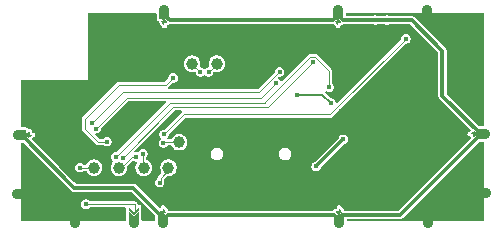
<source format=gbl>
G04 #@! TF.GenerationSoftware,KiCad,Pcbnew,9.0.0*
G04 #@! TF.CreationDate,2025-03-15T13:46:40+01:00*
G04 #@! TF.ProjectId,snowbackpack,736e6f77-6261-4636-9b70-61636b2e6b69,rev?*
G04 #@! TF.SameCoordinates,Original*
G04 #@! TF.FileFunction,Copper,L2,Bot*
G04 #@! TF.FilePolarity,Positive*
%FSLAX46Y46*%
G04 Gerber Fmt 4.6, Leading zero omitted, Abs format (unit mm)*
G04 Created by KiCad (PCBNEW 9.0.0) date 2025-03-15 13:46:40*
%MOMM*%
%LPD*%
G01*
G04 APERTURE LIST*
G04 Aperture macros list*
%AMFreePoly0*
4,1,21,0.530354,0.450354,0.530500,0.450000,0.530500,-0.450000,0.530354,-0.450354,0.530000,-0.450500,0.440000,-0.450500,0.439646,-0.450354,0.439500,-0.450000,0.439500,-0.050500,0.350000,-0.050500,0.350000,-0.450000,-0.350000,-0.450000,-0.350000,0.450000,0.350000,0.450000,0.350000,0.050500,0.439500,0.050500,0.439500,0.450000,0.439646,0.450354,0.440000,0.450500,0.530000,0.450500,
0.530354,0.450354,0.530354,0.450354,$1*%
%AMFreePoly1*
4,1,13,0.040354,0.250354,0.040500,0.250000,0.040500,-0.300000,0.040354,-0.300354,0.040000,-0.300500,-0.050000,-0.300500,-0.050354,-0.300354,-0.050500,-0.300000,-0.050500,0.250000,-0.050354,0.250354,-0.050000,0.250500,0.040000,0.250500,0.040354,0.250354,0.040354,0.250354,$1*%
%AMFreePoly2*
4,1,13,0.050354,0.160354,0.050500,0.160000,0.050500,-0.140000,0.050354,-0.140354,0.050000,-0.140500,-0.040000,-0.140500,-0.040354,-0.140354,-0.040500,-0.140000,-0.040500,0.160000,-0.040354,0.160354,-0.040000,0.160500,0.050000,0.160500,0.050354,0.160354,0.050354,0.160354,$1*%
%AMFreePoly3*
4,1,23,0.350000,0.100060,0.649972,0.300042,0.650010,0.300049,0.650042,0.300028,0.650050,0.300000,0.650050,0.000050,0.950000,0.000050,0.950035,0.000035,0.950050,0.000000,0.950035,-0.000035,0.950028,-0.000042,0.500028,-0.300042,0.499990,-0.300049,0.499958,-0.300028,0.499950,-0.300000,0.499950,-0.050094,0.350028,-0.150042,0.350000,-0.150047,0.350000,-0.450000,-0.350000,-0.450000,
-0.350000,0.450000,0.350000,0.450000,0.350000,0.100060,0.350000,0.100060,$1*%
%AMFreePoly4*
4,1,18,0.750354,0.450354,0.750500,0.450000,0.750354,0.449646,0.300708,0.000000,0.750354,-0.449646,0.750500,-0.450000,0.750354,-0.450354,0.750000,-0.450500,0.000000,-0.450500,-0.000354,-0.450354,-0.000500,-0.450000,-0.300000,-0.450000,-0.300000,0.450000,-0.000500,0.450000,-0.000354,0.450354,0.000000,0.450500,0.750000,0.450500,0.750354,0.450354,0.750354,0.450354,$1*%
%AMFreePoly5*
4,1,17,0.550355,0.450146,0.550708,0.449999,0.550854,0.449645,0.550708,0.449292,0.101416,0.000000,0.550708,-0.449292,0.550854,-0.449646,0.550708,-0.450000,0.550355,-0.450146,0.350001,-0.450500,0.349646,-0.450354,-0.100354,-0.000354,-0.100500,0.000000,-0.100354,0.000354,0.349646,0.450354,0.350001,0.450500,0.550355,0.450146,0.550355,0.450146,$1*%
G04 Aperture macros list end*
G04 #@! TA.AperFunction,ComponentPad*
%ADD10O,1.000000X2.100000*%
G04 #@! TD*
G04 #@! TA.AperFunction,ComponentPad*
%ADD11O,1.000000X1.800000*%
G04 #@! TD*
G04 #@! TA.AperFunction,ComponentPad*
%ADD12C,0.900000*%
G04 #@! TD*
G04 #@! TA.AperFunction,SMDPad,CuDef*
%ADD13FreePoly0,90.000000*%
G04 #@! TD*
G04 #@! TA.AperFunction,SMDPad,CuDef*
%ADD14FreePoly1,90.000000*%
G04 #@! TD*
G04 #@! TA.AperFunction,SMDPad,CuDef*
%ADD15FreePoly2,90.000000*%
G04 #@! TD*
G04 #@! TA.AperFunction,SMDPad,CuDef*
%ADD16C,1.000000*%
G04 #@! TD*
G04 #@! TA.AperFunction,SMDPad,CuDef*
%ADD17FreePoly3,90.000000*%
G04 #@! TD*
G04 #@! TA.AperFunction,SMDPad,CuDef*
%ADD18FreePoly0,270.000000*%
G04 #@! TD*
G04 #@! TA.AperFunction,SMDPad,CuDef*
%ADD19FreePoly1,270.000000*%
G04 #@! TD*
G04 #@! TA.AperFunction,SMDPad,CuDef*
%ADD20FreePoly2,270.000000*%
G04 #@! TD*
G04 #@! TA.AperFunction,SMDPad,CuDef*
%ADD21FreePoly3,180.000000*%
G04 #@! TD*
G04 #@! TA.AperFunction,SMDPad,CuDef*
%ADD22FreePoly3,270.000000*%
G04 #@! TD*
G04 #@! TA.AperFunction,SMDPad,CuDef*
%ADD23FreePoly3,0.000000*%
G04 #@! TD*
G04 #@! TA.AperFunction,SMDPad,CuDef*
%ADD24FreePoly0,0.000000*%
G04 #@! TD*
G04 #@! TA.AperFunction,SMDPad,CuDef*
%ADD25FreePoly1,0.000000*%
G04 #@! TD*
G04 #@! TA.AperFunction,SMDPad,CuDef*
%ADD26FreePoly2,0.000000*%
G04 #@! TD*
G04 #@! TA.AperFunction,SMDPad,CuDef*
%ADD27FreePoly0,180.000000*%
G04 #@! TD*
G04 #@! TA.AperFunction,SMDPad,CuDef*
%ADD28FreePoly1,180.000000*%
G04 #@! TD*
G04 #@! TA.AperFunction,SMDPad,CuDef*
%ADD29FreePoly2,180.000000*%
G04 #@! TD*
G04 #@! TA.AperFunction,SMDPad,CuDef*
%ADD30FreePoly4,90.000000*%
G04 #@! TD*
G04 #@! TA.AperFunction,SMDPad,CuDef*
%ADD31FreePoly5,90.000000*%
G04 #@! TD*
G04 #@! TA.AperFunction,ViaPad*
%ADD32C,0.400000*%
G04 #@! TD*
G04 #@! TA.AperFunction,Conductor*
%ADD33C,0.200000*%
G04 #@! TD*
G04 #@! TA.AperFunction,Conductor*
%ADD34C,0.300000*%
G04 #@! TD*
G04 #@! TA.AperFunction,Conductor*
%ADD35C,0.120000*%
G04 #@! TD*
G04 APERTURE END LIST*
D10*
X98120041Y-93644913D03*
D11*
X98120041Y-97825000D03*
X89479959Y-97825000D03*
D10*
X89479959Y-93644913D03*
D12*
X108750000Y-100000000D03*
D13*
X108750000Y-99650000D03*
D14*
X108750000Y-98980000D03*
D15*
X108750000Y-98810000D03*
D16*
X86800000Y-95300000D03*
D12*
X101250000Y-100000000D03*
D17*
X101250000Y-99650000D03*
D12*
X108650000Y-82000000D03*
D18*
X108650000Y-82350000D03*
D19*
X108650000Y-83020000D03*
D20*
X108650000Y-83190000D03*
D16*
X87700000Y-93150000D03*
X84700000Y-95300000D03*
D12*
X113625025Y-92450000D03*
D21*
X113275025Y-92450000D03*
D12*
X78850000Y-100000000D03*
D13*
X78850000Y-99650000D03*
D14*
X78850000Y-98980000D03*
D15*
X78850000Y-98810000D03*
D12*
X101150000Y-82000000D03*
D22*
X101150000Y-82350000D03*
D12*
X74024975Y-92550000D03*
D23*
X74374975Y-92550000D03*
D12*
X74004750Y-97550000D03*
D24*
X74354750Y-97550000D03*
D25*
X75024750Y-97550000D03*
D26*
X75194750Y-97550000D03*
D12*
X86450000Y-82000000D03*
D22*
X86450000Y-82350000D03*
D16*
X90900000Y-86500000D03*
X82600000Y-95300000D03*
D12*
X113645250Y-97450000D03*
D27*
X113295250Y-97450000D03*
D28*
X112625250Y-97450000D03*
D29*
X112455250Y-97450000D03*
D16*
X88800000Y-86500000D03*
D12*
X86350000Y-100000000D03*
D17*
X86350000Y-99650000D03*
D12*
X83850000Y-100000000D03*
D30*
X83850000Y-99700000D03*
D31*
X83850000Y-99200000D03*
D16*
X80500000Y-95300000D03*
D32*
X90850000Y-91800000D03*
X89850000Y-91800000D03*
X88800000Y-91800000D03*
X104600000Y-96950000D03*
X104600000Y-96000000D03*
X104600000Y-95050000D03*
X111000000Y-96650000D03*
X112750000Y-84000000D03*
X112750000Y-82900000D03*
X106150000Y-86950000D03*
X107000000Y-87800000D03*
X106150000Y-87800000D03*
X102100000Y-86450000D03*
X80950000Y-97700000D03*
X91700000Y-88200000D03*
X90300000Y-88250000D03*
X84300000Y-90700000D03*
X83000000Y-92100000D03*
X101600000Y-92900000D03*
X97675000Y-89125000D03*
X100550000Y-89850000D03*
X99300000Y-95200000D03*
X87200000Y-87700000D03*
X81600000Y-93100000D03*
X86375000Y-93225000D03*
X90200000Y-87200000D03*
X79300000Y-95300000D03*
X81000000Y-85350000D03*
X91700000Y-85250000D03*
X104550000Y-91050000D03*
X82000000Y-84450000D03*
X87525000Y-85250000D03*
X83000000Y-90700000D03*
X80504730Y-94069730D03*
X83550000Y-84450000D03*
X81000000Y-86400000D03*
X76650000Y-93200000D03*
X90350000Y-85250000D03*
X77400000Y-89250000D03*
X92950000Y-85250000D03*
X103700000Y-91050000D03*
X100800000Y-92400000D03*
X101375270Y-91500000D03*
X78350000Y-89250000D03*
X88950000Y-85250000D03*
X110200000Y-96650000D03*
X86400000Y-94050000D03*
X111550000Y-82900000D03*
X83624994Y-91400255D03*
X101375000Y-90550000D03*
X77400000Y-92050000D03*
X85200000Y-84450000D03*
X101800000Y-85050000D03*
X79300000Y-89250000D03*
X94700000Y-85250000D03*
X84200000Y-87075000D03*
X104300000Y-82800000D03*
X105300000Y-82800000D03*
X80700000Y-92000000D03*
X95925270Y-88125270D03*
X86058934Y-96568742D03*
X89500000Y-87200000D03*
X86425156Y-92481774D03*
X106900000Y-84400000D03*
X84084994Y-94390892D03*
X84630606Y-94138731D03*
X80363182Y-91497984D03*
X96202885Y-87199217D03*
X100374981Y-88500000D03*
X82337753Y-94393825D03*
X82934824Y-94453063D03*
X99000000Y-86400000D03*
X79800000Y-98400000D03*
D33*
X99825000Y-89125000D02*
X100550000Y-89850000D01*
X97675000Y-89125000D02*
X99825000Y-89125000D01*
D34*
X101600000Y-92900000D02*
X99300000Y-95200000D01*
D35*
X86600000Y-88300000D02*
X82600000Y-88300000D01*
X87200000Y-87700000D02*
X86600000Y-88300000D01*
X80800000Y-93100000D02*
X81600000Y-93100000D01*
X79700000Y-91200000D02*
X79700000Y-92000000D01*
X79700000Y-92000000D02*
X80800000Y-93100000D01*
X82600000Y-88300000D02*
X79700000Y-91200000D01*
X86375000Y-93225000D02*
X86450000Y-93150000D01*
X86450000Y-93150000D02*
X87700000Y-93150000D01*
X90200000Y-87200000D02*
X90900000Y-86500000D01*
X79300000Y-95300000D02*
X80500000Y-95300000D01*
D34*
X113249000Y-92450000D02*
X113249000Y-92476025D01*
X86450000Y-99650000D02*
X83800000Y-97000000D01*
X78824975Y-97000000D02*
X74374975Y-92550000D01*
X86900000Y-82800000D02*
X86450000Y-82350000D01*
X104300000Y-82800000D02*
X107400000Y-82800000D01*
X100700000Y-82800000D02*
X86900000Y-82800000D01*
X86800000Y-99300000D02*
X100800000Y-99300000D01*
X100800000Y-99300000D02*
X101150000Y-99650000D01*
X113249000Y-92476025D02*
X106425025Y-99300000D01*
X104300000Y-82800000D02*
X101600000Y-82800000D01*
X101150000Y-82350000D02*
X100700000Y-82800000D01*
X101500000Y-99300000D02*
X101150000Y-99650000D01*
X110000000Y-89201000D02*
X113249000Y-92450000D01*
X86450000Y-99650000D02*
X86800000Y-99300000D01*
X110000000Y-85400000D02*
X110000000Y-89201000D01*
X107400000Y-82800000D02*
X110000000Y-85400000D01*
X101600000Y-82800000D02*
X101150000Y-82350000D01*
X106425025Y-99300000D02*
X101500000Y-99300000D01*
X83800000Y-97000000D02*
X78824975Y-97000000D01*
D35*
X80700000Y-92000000D02*
X83300000Y-89400000D01*
X95874730Y-88125270D02*
X95925270Y-88125270D01*
X94600000Y-89400000D02*
X94700000Y-89300000D01*
X83300000Y-89400000D02*
X94600000Y-89400000D01*
X94700000Y-89300000D02*
X95874730Y-88125270D01*
X86150000Y-96477676D02*
X86150000Y-96150000D01*
X86150000Y-96150000D02*
X86800000Y-95500000D01*
X86058934Y-96568742D02*
X86150000Y-96477676D01*
X86800000Y-95500000D02*
X86800000Y-95300000D01*
X89500000Y-87200000D02*
X88800000Y-86500000D01*
X100475000Y-90800000D02*
X88100000Y-90800000D01*
X86425156Y-92474844D02*
X86425156Y-92481774D01*
X88100000Y-90800000D02*
X86425156Y-92474844D01*
X106900000Y-84400000D02*
X106875000Y-84400000D01*
X106875000Y-84400000D02*
X100475000Y-90800000D01*
X83709108Y-94390892D02*
X82800000Y-95300000D01*
X82800000Y-95300000D02*
X82600000Y-95300000D01*
X84084994Y-94390892D02*
X83709108Y-94390892D01*
X84630606Y-94138731D02*
X84630606Y-95230606D01*
X84630606Y-95230606D02*
X84700000Y-95300000D01*
X96202885Y-87199217D02*
X96200783Y-87199217D01*
X96200783Y-87199217D02*
X94500000Y-88900000D01*
X94500000Y-88900000D02*
X82961166Y-88900000D01*
X82961166Y-88900000D02*
X80363182Y-91497984D01*
X95000000Y-89748047D02*
X95000000Y-89800000D01*
X100374981Y-88500000D02*
X100374981Y-87123028D01*
X100374981Y-87123028D02*
X99190953Y-85939000D01*
X86931578Y-89800000D02*
X82337753Y-94393825D01*
X99190953Y-85939000D02*
X98809047Y-85939000D01*
X95000000Y-89800000D02*
X86931578Y-89800000D01*
X98809047Y-85939000D02*
X95000000Y-89748047D01*
X82946937Y-94453063D02*
X87200000Y-90200000D01*
X95200000Y-90200000D02*
X99000000Y-86400000D01*
X82934824Y-94453063D02*
X82946937Y-94453063D01*
X87200000Y-90200000D02*
X95200000Y-90200000D01*
X83950000Y-98425000D02*
X83950000Y-99132010D01*
X83925000Y-98400000D02*
X83950000Y-98425000D01*
X79800000Y-98400000D02*
X83925000Y-98400000D01*
G04 #@! TA.AperFunction,Conductor*
G36*
X74556467Y-93227174D02*
G01*
X76560301Y-95231007D01*
X78544506Y-97215212D01*
X78609763Y-97280469D01*
X78689687Y-97326614D01*
X78689688Y-97326614D01*
X78689690Y-97326615D01*
X78734259Y-97338557D01*
X78778828Y-97350499D01*
X78778829Y-97350500D01*
X78778831Y-97350500D01*
X83624166Y-97350500D01*
X83676492Y-97372174D01*
X85672826Y-99368508D01*
X85694500Y-99420834D01*
X85694500Y-99725500D01*
X85672826Y-99777826D01*
X85620500Y-99799500D01*
X84581377Y-99799500D01*
X84529051Y-99777826D01*
X84507377Y-99725500D01*
X84508799Y-99711062D01*
X84511000Y-99699998D01*
X84511000Y-98950001D01*
X84511000Y-98950000D01*
X84503920Y-98914414D01*
X84503896Y-98885673D01*
X84511000Y-98849627D01*
X84510646Y-98649273D01*
X84509973Y-98645913D01*
X84494931Y-98570823D01*
X84494927Y-98570811D01*
X84493318Y-98566938D01*
X84493318Y-98566937D01*
X84456768Y-98508827D01*
X84456766Y-98508826D01*
X84456766Y-98508825D01*
X84382188Y-98455906D01*
X84382186Y-98455904D01*
X84382182Y-98455902D01*
X84382178Y-98455900D01*
X84382174Y-98455898D01*
X84378299Y-98454293D01*
X84378296Y-98454292D01*
X84378293Y-98454291D01*
X84311163Y-98438969D01*
X84311162Y-98438969D01*
X84296897Y-98441393D01*
X84241679Y-98428791D01*
X84211546Y-98380836D01*
X84211195Y-98376678D01*
X84210500Y-98373184D01*
X84199768Y-98347273D01*
X84170841Y-98277439D01*
X84097561Y-98204159D01*
X84072561Y-98179159D01*
X83976817Y-98139500D01*
X83976816Y-98139500D01*
X80136545Y-98139500D01*
X80084219Y-98117826D01*
X80045913Y-98079520D01*
X79954591Y-98026795D01*
X79954582Y-98026791D01*
X79852729Y-97999500D01*
X79852727Y-97999500D01*
X79747273Y-97999500D01*
X79747271Y-97999500D01*
X79645417Y-98026791D01*
X79645408Y-98026795D01*
X79554086Y-98079520D01*
X79479520Y-98154086D01*
X79426795Y-98245408D01*
X79426791Y-98245417D01*
X79399500Y-98347270D01*
X79399500Y-98452729D01*
X79426791Y-98554582D01*
X79426795Y-98554591D01*
X79465350Y-98621370D01*
X79479520Y-98645913D01*
X79554087Y-98720480D01*
X79645413Y-98773207D01*
X79747270Y-98800499D01*
X79747271Y-98800500D01*
X79747273Y-98800500D01*
X79852729Y-98800500D01*
X79852729Y-98800499D01*
X79954587Y-98773207D01*
X80045913Y-98720480D01*
X80084219Y-98682174D01*
X80136545Y-98660500D01*
X83115203Y-98660500D01*
X83167529Y-98682174D01*
X83189203Y-98734500D01*
X83189203Y-98734631D01*
X83189000Y-98849693D01*
X83189000Y-98849999D01*
X83196074Y-98885563D01*
X83196074Y-98914437D01*
X83189000Y-98950000D01*
X83189000Y-99699998D01*
X83191201Y-99711062D01*
X83180153Y-99766611D01*
X83133061Y-99798078D01*
X83118623Y-99799500D01*
X74374500Y-99799500D01*
X74322174Y-99777826D01*
X74300500Y-99725500D01*
X74300500Y-93279500D01*
X74322174Y-93227174D01*
X74374500Y-93205500D01*
X74504141Y-93205500D01*
X74556467Y-93227174D01*
G37*
G04 #@! TD.AperFunction*
G04 #@! TA.AperFunction,Conductor*
G36*
X113477826Y-93127174D02*
G01*
X113499500Y-93179500D01*
X113499500Y-99725500D01*
X113477826Y-99777826D01*
X113425500Y-99799500D01*
X101979500Y-99799500D01*
X101927174Y-99777826D01*
X101905500Y-99725500D01*
X101905500Y-99724500D01*
X101927174Y-99672174D01*
X101979500Y-99650500D01*
X106471171Y-99650500D01*
X106471171Y-99650499D01*
X106560313Y-99626614D01*
X106599729Y-99603857D01*
X106640237Y-99580470D01*
X113093533Y-93127174D01*
X113145859Y-93105500D01*
X113425500Y-93105500D01*
X113477826Y-93127174D01*
G37*
G04 #@! TD.AperFunction*
G04 #@! TA.AperFunction,Conductor*
G36*
X85772826Y-82222174D02*
G01*
X85794500Y-82274500D01*
X85794500Y-82699997D01*
X85799652Y-82745728D01*
X85799652Y-82745730D01*
X85839332Y-82828125D01*
X85839333Y-82828126D01*
X85839334Y-82828127D01*
X85910837Y-82885149D01*
X85910840Y-82885149D01*
X85918349Y-82888766D01*
X85917058Y-82891446D01*
X85953114Y-82917029D01*
X85958851Y-82928147D01*
X85974812Y-82966792D01*
X86274812Y-83416792D01*
X86274818Y-83416801D01*
X86274824Y-83416809D01*
X86280588Y-83424595D01*
X86286851Y-83433055D01*
X86286857Y-83433063D01*
X86286862Y-83433069D01*
X86286867Y-83433076D01*
X86287478Y-83433822D01*
X86293203Y-83440510D01*
X86293208Y-83440514D01*
X86367793Y-83493430D01*
X86367794Y-83493430D01*
X86367795Y-83493431D01*
X86371366Y-83494910D01*
X86438470Y-83510226D01*
X86528634Y-83494910D01*
X86532205Y-83493431D01*
X86590511Y-83456795D01*
X86643431Y-83382205D01*
X86644910Y-83378634D01*
X86660550Y-83300000D01*
X86660550Y-83284550D01*
X86682224Y-83232224D01*
X86734550Y-83210550D01*
X86749995Y-83210550D01*
X86750000Y-83210550D01*
X86809546Y-83201734D01*
X86812347Y-83200886D01*
X86857027Y-83181310D01*
X86868299Y-83170674D01*
X86919082Y-83150500D01*
X100746147Y-83150500D01*
X100747484Y-83150324D01*
X100748141Y-83150500D01*
X100750995Y-83150500D01*
X100750995Y-83151264D01*
X100802191Y-83164984D01*
X100818712Y-83182642D01*
X100974812Y-83416792D01*
X100974825Y-83416809D01*
X100986867Y-83433076D01*
X100987478Y-83433822D01*
X100993203Y-83440510D01*
X100993208Y-83440514D01*
X101067793Y-83493430D01*
X101067794Y-83493430D01*
X101067795Y-83493431D01*
X101071366Y-83494910D01*
X101138470Y-83510226D01*
X101228634Y-83494910D01*
X101232205Y-83493431D01*
X101290511Y-83456795D01*
X101343431Y-83382205D01*
X101344910Y-83378634D01*
X101360550Y-83300000D01*
X101360550Y-83284550D01*
X101382224Y-83232224D01*
X101434550Y-83210550D01*
X101449995Y-83210550D01*
X101450000Y-83210550D01*
X101509546Y-83201734D01*
X101512347Y-83200886D01*
X101557027Y-83181310D01*
X101568299Y-83170674D01*
X101619082Y-83150500D01*
X104086255Y-83150500D01*
X104123254Y-83160414D01*
X104131170Y-83164984D01*
X104145413Y-83173207D01*
X104247270Y-83200499D01*
X104247271Y-83200500D01*
X104247273Y-83200500D01*
X104352729Y-83200500D01*
X104352729Y-83200499D01*
X104454587Y-83173207D01*
X104468830Y-83164984D01*
X104476746Y-83160414D01*
X104513745Y-83150500D01*
X105086255Y-83150500D01*
X105123254Y-83160414D01*
X105131170Y-83164984D01*
X105145413Y-83173207D01*
X105247270Y-83200499D01*
X105247271Y-83200500D01*
X105247273Y-83200500D01*
X105352729Y-83200500D01*
X105352729Y-83200499D01*
X105454587Y-83173207D01*
X105468830Y-83164984D01*
X105476746Y-83160414D01*
X105513745Y-83150500D01*
X107224166Y-83150500D01*
X107276492Y-83172174D01*
X109627826Y-85523507D01*
X109649500Y-85575833D01*
X109649500Y-89247146D01*
X109658193Y-89279587D01*
X109666211Y-89309511D01*
X109671463Y-89329114D01*
X109673386Y-89336289D01*
X109719530Y-89416212D01*
X112366343Y-92063025D01*
X112388017Y-92115351D01*
X112366343Y-92167677D01*
X112355065Y-92176922D01*
X112208231Y-92274812D01*
X112208228Y-92274814D01*
X112191955Y-92286862D01*
X112191948Y-92286867D01*
X112191202Y-92287478D01*
X112184514Y-92293203D01*
X112184510Y-92293208D01*
X112131594Y-92367793D01*
X112130114Y-92371366D01*
X112114799Y-92438469D01*
X112114799Y-92438470D01*
X112130114Y-92528631D01*
X112130115Y-92528635D01*
X112131592Y-92532201D01*
X112131594Y-92532205D01*
X112168229Y-92590509D01*
X112168230Y-92590511D01*
X112242820Y-92643431D01*
X112246391Y-92644910D01*
X112246394Y-92644910D01*
X112246395Y-92644911D01*
X112325025Y-92660550D01*
X112340475Y-92660550D01*
X112364092Y-92670332D01*
X112388422Y-92678184D01*
X112389694Y-92680937D01*
X112392801Y-92682224D01*
X112414235Y-92728597D01*
X112414475Y-92731570D01*
X112414475Y-92750000D01*
X112417745Y-92772088D01*
X112417944Y-92774552D01*
X112409945Y-92799338D01*
X112403609Y-92824604D01*
X112400706Y-92827968D01*
X112400550Y-92828452D01*
X112400081Y-92828691D01*
X112396510Y-92832831D01*
X106301517Y-98927826D01*
X106249191Y-98949500D01*
X101708987Y-98949500D01*
X101656661Y-98927826D01*
X101647415Y-98916548D01*
X101624017Y-98881451D01*
X101425188Y-98583208D01*
X101413149Y-98566945D01*
X101413137Y-98566930D01*
X101413132Y-98566923D01*
X101412521Y-98566177D01*
X101406796Y-98559489D01*
X101406791Y-98559485D01*
X101332206Y-98506569D01*
X101328633Y-98505089D01*
X101276845Y-98493269D01*
X101261530Y-98489774D01*
X101261529Y-98489774D01*
X101171368Y-98505089D01*
X101171364Y-98505090D01*
X101167798Y-98506567D01*
X101109490Y-98543203D01*
X101056569Y-98617794D01*
X101055090Y-98621366D01*
X101055088Y-98621370D01*
X101039450Y-98700000D01*
X101039450Y-98715450D01*
X101017776Y-98767776D01*
X100965450Y-98789450D01*
X100949997Y-98789450D01*
X100890455Y-98798265D01*
X100887659Y-98799112D01*
X100887650Y-98799115D01*
X100842973Y-98818689D01*
X100776450Y-98881451D01*
X100774301Y-98884660D01*
X100774299Y-98884663D01*
X100774299Y-98884664D01*
X100764816Y-98905796D01*
X100723621Y-98944662D01*
X100697303Y-98949500D01*
X86808987Y-98949500D01*
X86756661Y-98927826D01*
X86747415Y-98916548D01*
X86724017Y-98881451D01*
X86525188Y-98583208D01*
X86513149Y-98566945D01*
X86513137Y-98566930D01*
X86513132Y-98566923D01*
X86512521Y-98566177D01*
X86506796Y-98559489D01*
X86506791Y-98559485D01*
X86432206Y-98506569D01*
X86428633Y-98505089D01*
X86376845Y-98493269D01*
X86361530Y-98489774D01*
X86361529Y-98489774D01*
X86271368Y-98505089D01*
X86271364Y-98505090D01*
X86267798Y-98506567D01*
X86209490Y-98543203D01*
X86156569Y-98617794D01*
X86155090Y-98621366D01*
X86155089Y-98621369D01*
X86142606Y-98684130D01*
X86111141Y-98731222D01*
X86055592Y-98742272D01*
X86017702Y-98722020D01*
X84015212Y-96719530D01*
X83935289Y-96673386D01*
X83935284Y-96673384D01*
X83846146Y-96649500D01*
X83846144Y-96649500D01*
X79000808Y-96649500D01*
X78948482Y-96627826D01*
X78836668Y-96516012D01*
X85658434Y-96516012D01*
X85658434Y-96621471D01*
X85685725Y-96723324D01*
X85685726Y-96723327D01*
X85685727Y-96723329D01*
X85738454Y-96814655D01*
X85813021Y-96889222D01*
X85904347Y-96941949D01*
X86006204Y-96969241D01*
X86006205Y-96969242D01*
X86006207Y-96969242D01*
X86111663Y-96969242D01*
X86111663Y-96969241D01*
X86213521Y-96941949D01*
X86304847Y-96889222D01*
X86379414Y-96814655D01*
X86432141Y-96723329D01*
X86459433Y-96621471D01*
X86459434Y-96621471D01*
X86459434Y-96516013D01*
X86459433Y-96516012D01*
X86432142Y-96414159D01*
X86432141Y-96414155D01*
X86420412Y-96393840D01*
X86410500Y-96356843D01*
X86410500Y-96288554D01*
X86432174Y-96236228D01*
X86507021Y-96161381D01*
X86650404Y-96017997D01*
X86702729Y-95996324D01*
X86717156Y-95997744D01*
X86731007Y-96000500D01*
X86731011Y-96000500D01*
X86868991Y-96000500D01*
X86868993Y-96000500D01*
X87004328Y-95973580D01*
X87131811Y-95920775D01*
X87246542Y-95844114D01*
X87344114Y-95746542D01*
X87420775Y-95631811D01*
X87473580Y-95504328D01*
X87500500Y-95368993D01*
X87500500Y-95231007D01*
X87483844Y-95147270D01*
X98899500Y-95147270D01*
X98899500Y-95252729D01*
X98926791Y-95354582D01*
X98926792Y-95354584D01*
X98926793Y-95354587D01*
X98979520Y-95445913D01*
X99054087Y-95520480D01*
X99145413Y-95573207D01*
X99247270Y-95600499D01*
X99247271Y-95600500D01*
X99247273Y-95600500D01*
X99352729Y-95600500D01*
X99352729Y-95600499D01*
X99454587Y-95573207D01*
X99545913Y-95520480D01*
X99620480Y-95445913D01*
X99673207Y-95354587D01*
X99679828Y-95329876D01*
X99698979Y-95296701D01*
X101696701Y-93298979D01*
X101729876Y-93279828D01*
X101754580Y-93273209D01*
X101754584Y-93273208D01*
X101754584Y-93273207D01*
X101754587Y-93273207D01*
X101845913Y-93220480D01*
X101920480Y-93145913D01*
X101973207Y-93054587D01*
X102000499Y-92952729D01*
X102000500Y-92952729D01*
X102000500Y-92847271D01*
X102000499Y-92847270D01*
X101996805Y-92833485D01*
X101973207Y-92745413D01*
X101920480Y-92654087D01*
X101845913Y-92579520D01*
X101754591Y-92526795D01*
X101754582Y-92526791D01*
X101652729Y-92499500D01*
X101652727Y-92499500D01*
X101547273Y-92499500D01*
X101547271Y-92499500D01*
X101445417Y-92526791D01*
X101445408Y-92526795D01*
X101354086Y-92579520D01*
X101279520Y-92654086D01*
X101226793Y-92745411D01*
X101226791Y-92745416D01*
X101220171Y-92770124D01*
X101201019Y-92803297D01*
X99203297Y-94801019D01*
X99170124Y-94820171D01*
X99145416Y-94826791D01*
X99145411Y-94826793D01*
X99054086Y-94879520D01*
X98979520Y-94954086D01*
X98926795Y-95045408D01*
X98926791Y-95045417D01*
X98899500Y-95147270D01*
X87483844Y-95147270D01*
X87473580Y-95095672D01*
X87431391Y-94993818D01*
X87420776Y-94968191D01*
X87411351Y-94954086D01*
X87344114Y-94853458D01*
X87246542Y-94755886D01*
X87195063Y-94721489D01*
X87131808Y-94679223D01*
X87004332Y-94626421D01*
X87004322Y-94626418D01*
X86913694Y-94608391D01*
X86868993Y-94599500D01*
X86731007Y-94599500D01*
X86692642Y-94607131D01*
X86595677Y-94626418D01*
X86595667Y-94626421D01*
X86468191Y-94679223D01*
X86353461Y-94755883D01*
X86255883Y-94853461D01*
X86179223Y-94968191D01*
X86126421Y-95095667D01*
X86126418Y-95095677D01*
X86099500Y-95231008D01*
X86099500Y-95368991D01*
X86126418Y-95504322D01*
X86126421Y-95504332D01*
X86179222Y-95631806D01*
X86179225Y-95631811D01*
X86193775Y-95653587D01*
X86204824Y-95709136D01*
X86184572Y-95747024D01*
X86002439Y-95929159D01*
X85929158Y-96002440D01*
X85889500Y-96098183D01*
X85889500Y-96161381D01*
X85867826Y-96213707D01*
X85852501Y-96225466D01*
X85813026Y-96248257D01*
X85813025Y-96248258D01*
X85738454Y-96322828D01*
X85685729Y-96414150D01*
X85685725Y-96414159D01*
X85658434Y-96516012D01*
X78836668Y-96516012D01*
X77615405Y-95294749D01*
X77567926Y-95247270D01*
X78899500Y-95247270D01*
X78899500Y-95352729D01*
X78926791Y-95454582D01*
X78926792Y-95454585D01*
X78926793Y-95454587D01*
X78979520Y-95545913D01*
X79054087Y-95620480D01*
X79145413Y-95673207D01*
X79247270Y-95700499D01*
X79247271Y-95700500D01*
X79247273Y-95700500D01*
X79352729Y-95700500D01*
X79352729Y-95700499D01*
X79454587Y-95673207D01*
X79545913Y-95620480D01*
X79584219Y-95582174D01*
X79636545Y-95560500D01*
X79800242Y-95560500D01*
X79852568Y-95582174D01*
X79868609Y-95606182D01*
X79879223Y-95631808D01*
X79925121Y-95700500D01*
X79955886Y-95746542D01*
X80053458Y-95844114D01*
X80168189Y-95920775D01*
X80168190Y-95920775D01*
X80168191Y-95920776D01*
X80295667Y-95973578D01*
X80295672Y-95973580D01*
X80431007Y-96000500D01*
X80431009Y-96000500D01*
X80568991Y-96000500D01*
X80568993Y-96000500D01*
X80704328Y-95973580D01*
X80831811Y-95920775D01*
X80946542Y-95844114D01*
X81044114Y-95746542D01*
X81120775Y-95631811D01*
X81173580Y-95504328D01*
X81200500Y-95368993D01*
X81200500Y-95231007D01*
X81173580Y-95095672D01*
X81131391Y-94993818D01*
X81120776Y-94968191D01*
X81111351Y-94954086D01*
X81044114Y-94853458D01*
X80946542Y-94755886D01*
X80895063Y-94721489D01*
X80831808Y-94679223D01*
X80704332Y-94626421D01*
X80704322Y-94626418D01*
X80613694Y-94608391D01*
X80568993Y-94599500D01*
X80431007Y-94599500D01*
X80392642Y-94607131D01*
X80295677Y-94626418D01*
X80295667Y-94626421D01*
X80168191Y-94679223D01*
X80053461Y-94755883D01*
X79955883Y-94853461D01*
X79879223Y-94968191D01*
X79868609Y-94993818D01*
X79828561Y-95033867D01*
X79800242Y-95039500D01*
X79636545Y-95039500D01*
X79584219Y-95017826D01*
X79545913Y-94979520D01*
X79454591Y-94926795D01*
X79454582Y-94926791D01*
X79352729Y-94899500D01*
X79352727Y-94899500D01*
X79247273Y-94899500D01*
X79247271Y-94899500D01*
X79145417Y-94926791D01*
X79145408Y-94926795D01*
X79054086Y-94979520D01*
X78979520Y-95054086D01*
X78926795Y-95145408D01*
X78926791Y-95145417D01*
X78899500Y-95247270D01*
X77567926Y-95247270D01*
X77086560Y-94765904D01*
X75268040Y-92947383D01*
X75246366Y-92895057D01*
X75268040Y-92842731D01*
X75279314Y-92833489D01*
X75441767Y-92725188D01*
X75458030Y-92713149D01*
X75458051Y-92713132D01*
X75458797Y-92712521D01*
X75465485Y-92706796D01*
X75465489Y-92706791D01*
X75513057Y-92639744D01*
X75518406Y-92632205D01*
X75519885Y-92628634D01*
X75535201Y-92561530D01*
X75519885Y-92471366D01*
X75518406Y-92467795D01*
X75481770Y-92409489D01*
X75407180Y-92356569D01*
X75403609Y-92355090D01*
X75403607Y-92355089D01*
X75403604Y-92355088D01*
X75324975Y-92339450D01*
X75309525Y-92339450D01*
X75257199Y-92317776D01*
X75235525Y-92265450D01*
X75235525Y-92250005D01*
X75235525Y-92250000D01*
X75226709Y-92190454D01*
X75225861Y-92187653D01*
X75206285Y-92142973D01*
X75143523Y-92076450D01*
X75140311Y-92074299D01*
X75077500Y-92046115D01*
X75077498Y-92046114D01*
X75077499Y-92046114D01*
X74986082Y-92043454D01*
X74986076Y-92043455D01*
X74982035Y-92044255D01*
X74926498Y-92033148D01*
X74901003Y-92003770D01*
X74885642Y-91971874D01*
X74885639Y-91971871D01*
X74814142Y-91914853D01*
X74814140Y-91914852D01*
X74814138Y-91914851D01*
X74724975Y-91894500D01*
X74724971Y-91894500D01*
X74374500Y-91894500D01*
X74322174Y-91872826D01*
X74300500Y-91820500D01*
X74300500Y-91148183D01*
X79439500Y-91148183D01*
X79439500Y-91948183D01*
X79439500Y-92051817D01*
X79451702Y-92081274D01*
X79479158Y-92147560D01*
X79479159Y-92147561D01*
X80652439Y-93320842D01*
X80748183Y-93360500D01*
X80851817Y-93360500D01*
X81263455Y-93360500D01*
X81315781Y-93382174D01*
X81354087Y-93420480D01*
X81445413Y-93473207D01*
X81547270Y-93500499D01*
X81547271Y-93500500D01*
X81547273Y-93500500D01*
X81652729Y-93500500D01*
X81652729Y-93500499D01*
X81754587Y-93473207D01*
X81845913Y-93420480D01*
X81920480Y-93345913D01*
X81973207Y-93254587D01*
X82000499Y-93152729D01*
X82000500Y-93152729D01*
X82000500Y-93047271D01*
X82000499Y-93047270D01*
X81994924Y-93026465D01*
X81973207Y-92945413D01*
X81920480Y-92854087D01*
X81845913Y-92779520D01*
X81786838Y-92745413D01*
X81754591Y-92726795D01*
X81754582Y-92726791D01*
X81652729Y-92699500D01*
X81652727Y-92699500D01*
X81547273Y-92699500D01*
X81547271Y-92699500D01*
X81445417Y-92726791D01*
X81445408Y-92726795D01*
X81354086Y-92779520D01*
X81315781Y-92817826D01*
X81263455Y-92839500D01*
X80938555Y-92839500D01*
X80886229Y-92817826D01*
X80595229Y-92526826D01*
X80573555Y-92474500D01*
X80595229Y-92422174D01*
X80647555Y-92400500D01*
X80752729Y-92400500D01*
X80752729Y-92400499D01*
X80854587Y-92373207D01*
X80945913Y-92320480D01*
X81020480Y-92245913D01*
X81073207Y-92154587D01*
X81100499Y-92052729D01*
X81100500Y-92052729D01*
X81100500Y-91998554D01*
X81122174Y-91946228D01*
X83386228Y-89682174D01*
X83438554Y-89660500D01*
X86524023Y-89660500D01*
X86576349Y-89682174D01*
X86598023Y-89734500D01*
X86576349Y-89786826D01*
X82391525Y-93971651D01*
X82339199Y-93993325D01*
X82285024Y-93993325D01*
X82183170Y-94020616D01*
X82183161Y-94020620D01*
X82091839Y-94073345D01*
X82017273Y-94147911D01*
X81964548Y-94239233D01*
X81964544Y-94239242D01*
X81937253Y-94341095D01*
X81937253Y-94446554D01*
X81964544Y-94548407D01*
X81964548Y-94548416D01*
X81994223Y-94599815D01*
X82017273Y-94639738D01*
X82091114Y-94713579D01*
X82112788Y-94765904D01*
X82091115Y-94818229D01*
X82055883Y-94853461D01*
X81979223Y-94968191D01*
X81926421Y-95095667D01*
X81926418Y-95095677D01*
X81899500Y-95231008D01*
X81899500Y-95368991D01*
X81926418Y-95504322D01*
X81926421Y-95504332D01*
X81979223Y-95631808D01*
X82025121Y-95700500D01*
X82055886Y-95746542D01*
X82153458Y-95844114D01*
X82268189Y-95920775D01*
X82268190Y-95920775D01*
X82268191Y-95920776D01*
X82395667Y-95973578D01*
X82395672Y-95973580D01*
X82531007Y-96000500D01*
X82531009Y-96000500D01*
X82668991Y-96000500D01*
X82668993Y-96000500D01*
X82804328Y-95973580D01*
X82931811Y-95920775D01*
X83046542Y-95844114D01*
X83144114Y-95746542D01*
X83220775Y-95631811D01*
X83273580Y-95504328D01*
X83300500Y-95368993D01*
X83300500Y-95231007D01*
X83297746Y-95217165D01*
X83308794Y-95161619D01*
X83317993Y-95150408D01*
X83746912Y-94721488D01*
X83799237Y-94699815D01*
X83836238Y-94709729D01*
X83839077Y-94711368D01*
X83839081Y-94711372D01*
X83930407Y-94764099D01*
X84032264Y-94791391D01*
X84032265Y-94791392D01*
X84058913Y-94791392D01*
X84111239Y-94813066D01*
X84132913Y-94865392D01*
X84120442Y-94906504D01*
X84079223Y-94968191D01*
X84026421Y-95095667D01*
X84026418Y-95095677D01*
X83999500Y-95231008D01*
X83999500Y-95368991D01*
X84026418Y-95504322D01*
X84026421Y-95504332D01*
X84079223Y-95631808D01*
X84125121Y-95700500D01*
X84155886Y-95746542D01*
X84253458Y-95844114D01*
X84368189Y-95920775D01*
X84368190Y-95920775D01*
X84368191Y-95920776D01*
X84495667Y-95973578D01*
X84495672Y-95973580D01*
X84631007Y-96000500D01*
X84631009Y-96000500D01*
X84768991Y-96000500D01*
X84768993Y-96000500D01*
X84904328Y-95973580D01*
X85031811Y-95920775D01*
X85146542Y-95844114D01*
X85244114Y-95746542D01*
X85320775Y-95631811D01*
X85373580Y-95504328D01*
X85400500Y-95368993D01*
X85400500Y-95231007D01*
X85373580Y-95095672D01*
X85331391Y-94993818D01*
X85320776Y-94968191D01*
X85311351Y-94954086D01*
X85244114Y-94853458D01*
X85146542Y-94755886D01*
X85141720Y-94752664D01*
X85031810Y-94679224D01*
X84936787Y-94639864D01*
X84926379Y-94629455D01*
X84912780Y-94623823D01*
X84907146Y-94610222D01*
X84896739Y-94599815D01*
X84891106Y-94571497D01*
X84891106Y-94475276D01*
X84912780Y-94422950D01*
X84951086Y-94384644D01*
X85003813Y-94293318D01*
X85031105Y-94191460D01*
X85031106Y-94191460D01*
X85031106Y-94086002D01*
X85028251Y-94075346D01*
X90384488Y-94075346D01*
X90384488Y-94213717D01*
X90420298Y-94347361D01*
X90420300Y-94347366D01*
X90441823Y-94384644D01*
X90489483Y-94467193D01*
X90587321Y-94565031D01*
X90707149Y-94634214D01*
X90707150Y-94634214D01*
X90707152Y-94634215D01*
X90773974Y-94652120D01*
X90840796Y-94670025D01*
X90840797Y-94670026D01*
X90840799Y-94670026D01*
X90979167Y-94670026D01*
X90979167Y-94670025D01*
X91112815Y-94634214D01*
X91232643Y-94565031D01*
X91330481Y-94467193D01*
X91399664Y-94347365D01*
X91435475Y-94213717D01*
X91435476Y-94213717D01*
X91435476Y-94075347D01*
X91435475Y-94075346D01*
X96164524Y-94075346D01*
X96164524Y-94213717D01*
X96200334Y-94347361D01*
X96200336Y-94347366D01*
X96221859Y-94384644D01*
X96269519Y-94467193D01*
X96367357Y-94565031D01*
X96487185Y-94634214D01*
X96487186Y-94634214D01*
X96487188Y-94634215D01*
X96554010Y-94652120D01*
X96620832Y-94670025D01*
X96620833Y-94670026D01*
X96620835Y-94670026D01*
X96759203Y-94670026D01*
X96759203Y-94670025D01*
X96892851Y-94634214D01*
X97012679Y-94565031D01*
X97110517Y-94467193D01*
X97179700Y-94347365D01*
X97215511Y-94213717D01*
X97215512Y-94213717D01*
X97215512Y-94075347D01*
X97215511Y-94075346D01*
X97179701Y-93941702D01*
X97179699Y-93941697D01*
X97111504Y-93823581D01*
X97110517Y-93821871D01*
X97012679Y-93724033D01*
X96892852Y-93654850D01*
X96892847Y-93654848D01*
X96759203Y-93619038D01*
X96759201Y-93619038D01*
X96620835Y-93619038D01*
X96620833Y-93619038D01*
X96487188Y-93654848D01*
X96487183Y-93654850D01*
X96367356Y-93724033D01*
X96269519Y-93821870D01*
X96200336Y-93941697D01*
X96200334Y-93941702D01*
X96164524Y-94075346D01*
X91435475Y-94075346D01*
X91399665Y-93941702D01*
X91399663Y-93941697D01*
X91331468Y-93823581D01*
X91330481Y-93821871D01*
X91232643Y-93724033D01*
X91112816Y-93654850D01*
X91112811Y-93654848D01*
X90979167Y-93619038D01*
X90979165Y-93619038D01*
X90840799Y-93619038D01*
X90840797Y-93619038D01*
X90707152Y-93654848D01*
X90707147Y-93654850D01*
X90587320Y-93724033D01*
X90489483Y-93821870D01*
X90420300Y-93941697D01*
X90420298Y-93941702D01*
X90384488Y-94075346D01*
X85028251Y-94075346D01*
X85003814Y-93984148D01*
X85003813Y-93984144D01*
X84951086Y-93892818D01*
X84876519Y-93818251D01*
X84794288Y-93770775D01*
X84785197Y-93765526D01*
X84785188Y-93765522D01*
X84683335Y-93738231D01*
X84683333Y-93738231D01*
X84577879Y-93738231D01*
X84577877Y-93738231D01*
X84476023Y-93765522D01*
X84476014Y-93765526D01*
X84384692Y-93818251D01*
X84310126Y-93892817D01*
X84266632Y-93968151D01*
X84221698Y-94002630D01*
X84183394Y-94002630D01*
X84137721Y-93990392D01*
X84032267Y-93990392D01*
X83951705Y-94011978D01*
X83895553Y-94004585D01*
X83861074Y-93959651D01*
X83868467Y-93903499D01*
X83880223Y-93888177D01*
X87286228Y-90482174D01*
X87338554Y-90460500D01*
X87892447Y-90460500D01*
X87944773Y-90482174D01*
X87966447Y-90534500D01*
X87944773Y-90586824D01*
X87188201Y-91343397D01*
X86471998Y-92059600D01*
X86419672Y-92081274D01*
X86372427Y-92081274D01*
X86270573Y-92108565D01*
X86270564Y-92108569D01*
X86179242Y-92161294D01*
X86104676Y-92235860D01*
X86051951Y-92327182D01*
X86051947Y-92327191D01*
X86024656Y-92429044D01*
X86024656Y-92534503D01*
X86051947Y-92636356D01*
X86051951Y-92636365D01*
X86104676Y-92727687D01*
X86157526Y-92780537D01*
X86179200Y-92832863D01*
X86157526Y-92885189D01*
X86142201Y-92896948D01*
X86129087Y-92904519D01*
X86054520Y-92979086D01*
X86001795Y-93070408D01*
X86001791Y-93070417D01*
X85974500Y-93172270D01*
X85974500Y-93277729D01*
X86001791Y-93379582D01*
X86001795Y-93379591D01*
X86032154Y-93432174D01*
X86054520Y-93470913D01*
X86129087Y-93545480D01*
X86220413Y-93598207D01*
X86322270Y-93625499D01*
X86322271Y-93625500D01*
X86322273Y-93625500D01*
X86427729Y-93625500D01*
X86427729Y-93625499D01*
X86529587Y-93598207D01*
X86620913Y-93545480D01*
X86695480Y-93470913D01*
X86708997Y-93447501D01*
X86753930Y-93413022D01*
X86773083Y-93410500D01*
X87000242Y-93410500D01*
X87052568Y-93432174D01*
X87068609Y-93456182D01*
X87079223Y-93481808D01*
X87079224Y-93481810D01*
X87079225Y-93481811D01*
X87155886Y-93596542D01*
X87253458Y-93694114D01*
X87368189Y-93770775D01*
X87368190Y-93770775D01*
X87368191Y-93770776D01*
X87491544Y-93821870D01*
X87495672Y-93823580D01*
X87631007Y-93850500D01*
X87631009Y-93850500D01*
X87768991Y-93850500D01*
X87768993Y-93850500D01*
X87904328Y-93823580D01*
X88031811Y-93770775D01*
X88146542Y-93694114D01*
X88244114Y-93596542D01*
X88320775Y-93481811D01*
X88373580Y-93354328D01*
X88400500Y-93218993D01*
X88400500Y-93081007D01*
X88373580Y-92945672D01*
X88336015Y-92854981D01*
X88320776Y-92818191D01*
X88310127Y-92802254D01*
X88244114Y-92703458D01*
X88146542Y-92605886D01*
X88031811Y-92529225D01*
X88031810Y-92529224D01*
X88031808Y-92529223D01*
X87904332Y-92476421D01*
X87904322Y-92476418D01*
X87813694Y-92458391D01*
X87768993Y-92449500D01*
X87631007Y-92449500D01*
X87592642Y-92457131D01*
X87495677Y-92476418D01*
X87495667Y-92476421D01*
X87368191Y-92529223D01*
X87253461Y-92605883D01*
X87155883Y-92703461D01*
X87079223Y-92818191D01*
X87068609Y-92843818D01*
X87028561Y-92883867D01*
X87000242Y-92889500D01*
X86762475Y-92889500D01*
X86710149Y-92867826D01*
X86688475Y-92815500D01*
X86710149Y-92763174D01*
X86723323Y-92750000D01*
X86745636Y-92727687D01*
X86798363Y-92636361D01*
X86825655Y-92534503D01*
X86825656Y-92534503D01*
X86825656Y-92473398D01*
X86847330Y-92421072D01*
X88186228Y-91082174D01*
X88238554Y-91060500D01*
X100526815Y-91060500D01*
X100526817Y-91060500D01*
X100622561Y-91020841D01*
X106821228Y-84822174D01*
X106873554Y-84800500D01*
X106952729Y-84800500D01*
X106952729Y-84800499D01*
X107054587Y-84773207D01*
X107145913Y-84720480D01*
X107220480Y-84645913D01*
X107273207Y-84554587D01*
X107300499Y-84452729D01*
X107300500Y-84452729D01*
X107300500Y-84347271D01*
X107300499Y-84347270D01*
X107273208Y-84245417D01*
X107273207Y-84245413D01*
X107220480Y-84154087D01*
X107145913Y-84079520D01*
X107054591Y-84026795D01*
X107054582Y-84026791D01*
X106952729Y-83999500D01*
X106952727Y-83999500D01*
X106847273Y-83999500D01*
X106847271Y-83999500D01*
X106745417Y-84026791D01*
X106745408Y-84026795D01*
X106654086Y-84079520D01*
X106579520Y-84154086D01*
X106526795Y-84245408D01*
X106526791Y-84245417D01*
X106499500Y-84347270D01*
X106499500Y-84376445D01*
X106477826Y-84428771D01*
X101074694Y-89831902D01*
X101022368Y-89853576D01*
X100970042Y-89831902D01*
X100950889Y-89798728D01*
X100950500Y-89797276D01*
X100950500Y-89797273D01*
X100923207Y-89695413D01*
X100870480Y-89604087D01*
X100795913Y-89529520D01*
X100741679Y-89498208D01*
X100704591Y-89476795D01*
X100704582Y-89476791D01*
X100602729Y-89449500D01*
X100597920Y-89448867D01*
X100598213Y-89446637D01*
X100552797Y-89427826D01*
X100092080Y-88967109D01*
X100070406Y-88914783D01*
X100092080Y-88862457D01*
X100144406Y-88840783D01*
X100181405Y-88850696D01*
X100220394Y-88873207D01*
X100322251Y-88900499D01*
X100322252Y-88900500D01*
X100322254Y-88900500D01*
X100427710Y-88900500D01*
X100427710Y-88900499D01*
X100529568Y-88873207D01*
X100620894Y-88820480D01*
X100695461Y-88745913D01*
X100748188Y-88654587D01*
X100775480Y-88552729D01*
X100775481Y-88552729D01*
X100775481Y-88447271D01*
X100775480Y-88447270D01*
X100748189Y-88345417D01*
X100748188Y-88345413D01*
X100695461Y-88254087D01*
X100657155Y-88215781D01*
X100635481Y-88163455D01*
X100635481Y-87071211D01*
X100624471Y-87044630D01*
X100595822Y-86975467D01*
X100522542Y-86902187D01*
X99338514Y-85718159D01*
X99242770Y-85678500D01*
X98860864Y-85678500D01*
X98757230Y-85678500D01*
X98661488Y-85718156D01*
X98661484Y-85718159D01*
X96407108Y-87972534D01*
X96354782Y-87994208D01*
X96302456Y-87972534D01*
X96290698Y-87957210D01*
X96245750Y-87879357D01*
X96171183Y-87804790D01*
X96123105Y-87777032D01*
X96117018Y-87769099D01*
X96107779Y-87765272D01*
X96100386Y-87747424D01*
X96088628Y-87732100D01*
X96089933Y-87722185D01*
X96086106Y-87712946D01*
X96093498Y-87695098D01*
X96096020Y-87675947D01*
X96107779Y-87660622D01*
X96147012Y-87621390D01*
X96199337Y-87599717D01*
X96255614Y-87599717D01*
X96255614Y-87599716D01*
X96357472Y-87572424D01*
X96448798Y-87519697D01*
X96523365Y-87445130D01*
X96576092Y-87353804D01*
X96603384Y-87251946D01*
X96603385Y-87251946D01*
X96603385Y-87146488D01*
X96603384Y-87146487D01*
X96576093Y-87044634D01*
X96576092Y-87044630D01*
X96523365Y-86953304D01*
X96448798Y-86878737D01*
X96367520Y-86831811D01*
X96357476Y-86826012D01*
X96357467Y-86826008D01*
X96255614Y-86798717D01*
X96255612Y-86798717D01*
X96150158Y-86798717D01*
X96150156Y-86798717D01*
X96048302Y-86826008D01*
X96048293Y-86826012D01*
X95956971Y-86878737D01*
X95882405Y-86953303D01*
X95829680Y-87044625D01*
X95829676Y-87044634D01*
X95802385Y-87146487D01*
X95802385Y-87198561D01*
X95780711Y-87250887D01*
X94413772Y-88617826D01*
X94361446Y-88639500D01*
X86807553Y-88639500D01*
X86755227Y-88617826D01*
X86733553Y-88565500D01*
X86755226Y-88513175D01*
X87146228Y-88122174D01*
X87198554Y-88100500D01*
X87252729Y-88100500D01*
X87252729Y-88100499D01*
X87354587Y-88073207D01*
X87445913Y-88020480D01*
X87520480Y-87945913D01*
X87573207Y-87854587D01*
X87600499Y-87752729D01*
X87600500Y-87752729D01*
X87600500Y-87647271D01*
X87600499Y-87647270D01*
X87587757Y-87599717D01*
X87573207Y-87545413D01*
X87520480Y-87454087D01*
X87445913Y-87379520D01*
X87402719Y-87354582D01*
X87354591Y-87326795D01*
X87354582Y-87326791D01*
X87252729Y-87299500D01*
X87252727Y-87299500D01*
X87147273Y-87299500D01*
X87147271Y-87299500D01*
X87045417Y-87326791D01*
X87045408Y-87326795D01*
X86954086Y-87379520D01*
X86879520Y-87454086D01*
X86826795Y-87545408D01*
X86826791Y-87545417D01*
X86799500Y-87647270D01*
X86799500Y-87701446D01*
X86777826Y-87753772D01*
X86513772Y-88017826D01*
X86461446Y-88039500D01*
X82548183Y-88039500D01*
X82466806Y-88073208D01*
X82452519Y-88079126D01*
X82452438Y-88079159D01*
X79552439Y-90979159D01*
X79479158Y-91052440D01*
X79469478Y-91075810D01*
X79439500Y-91148183D01*
X74300500Y-91148183D01*
X74300500Y-87924000D01*
X74322174Y-87871674D01*
X74374500Y-87850000D01*
X79950000Y-87850000D01*
X79950000Y-86431007D01*
X88099500Y-86431007D01*
X88099500Y-86568993D01*
X88105059Y-86596941D01*
X88126418Y-86704322D01*
X88126421Y-86704332D01*
X88179223Y-86831808D01*
X88179224Y-86831810D01*
X88179225Y-86831811D01*
X88255886Y-86946542D01*
X88353458Y-87044114D01*
X88468189Y-87120775D01*
X88468190Y-87120775D01*
X88468191Y-87120776D01*
X88581964Y-87167902D01*
X88595672Y-87173580D01*
X88731007Y-87200500D01*
X88731009Y-87200500D01*
X88868992Y-87200500D01*
X88868993Y-87200500D01*
X88910916Y-87192161D01*
X89007895Y-87172871D01*
X89008136Y-87174084D01*
X89060370Y-87179218D01*
X89096309Y-87222992D01*
X89099500Y-87244487D01*
X89099500Y-87252729D01*
X89126791Y-87354582D01*
X89126795Y-87354591D01*
X89179068Y-87445130D01*
X89179520Y-87445913D01*
X89254087Y-87520480D01*
X89345413Y-87573207D01*
X89447270Y-87600499D01*
X89447271Y-87600500D01*
X89447273Y-87600500D01*
X89552729Y-87600500D01*
X89552729Y-87600499D01*
X89654587Y-87573207D01*
X89745913Y-87520480D01*
X89797674Y-87468719D01*
X89850000Y-87447045D01*
X89902326Y-87468719D01*
X89954087Y-87520480D01*
X90045413Y-87573207D01*
X90147270Y-87600499D01*
X90147271Y-87600500D01*
X90147273Y-87600500D01*
X90252729Y-87600500D01*
X90252729Y-87600499D01*
X90354587Y-87573207D01*
X90445913Y-87520480D01*
X90520480Y-87445913D01*
X90573207Y-87354587D01*
X90600499Y-87252729D01*
X90600500Y-87252729D01*
X90600500Y-87244487D01*
X90622174Y-87192161D01*
X90674500Y-87170487D01*
X90692062Y-87173093D01*
X90692107Y-87172871D01*
X90724016Y-87179218D01*
X90831007Y-87200500D01*
X90831009Y-87200500D01*
X90968991Y-87200500D01*
X90968993Y-87200500D01*
X91104328Y-87173580D01*
X91231811Y-87120775D01*
X91346542Y-87044114D01*
X91444114Y-86946542D01*
X91520775Y-86831811D01*
X91573580Y-86704328D01*
X91600500Y-86568993D01*
X91600500Y-86431007D01*
X91573580Y-86295672D01*
X91520775Y-86168189D01*
X91444114Y-86053458D01*
X91346542Y-85955886D01*
X91231811Y-85879225D01*
X91231810Y-85879224D01*
X91231808Y-85879223D01*
X91104332Y-85826421D01*
X91104322Y-85826418D01*
X91013694Y-85808391D01*
X90968993Y-85799500D01*
X90831007Y-85799500D01*
X90792642Y-85807131D01*
X90695677Y-85826418D01*
X90695667Y-85826421D01*
X90568191Y-85879223D01*
X90453461Y-85955883D01*
X90355883Y-86053461D01*
X90279223Y-86168191D01*
X90226421Y-86295667D01*
X90226418Y-86295677D01*
X90203945Y-86408656D01*
X90199500Y-86431007D01*
X90199500Y-86568993D01*
X90214801Y-86645914D01*
X90227129Y-86707893D01*
X90225918Y-86708133D01*
X90220779Y-86760376D01*
X90177002Y-86796311D01*
X90155513Y-86799500D01*
X90147271Y-86799500D01*
X90045417Y-86826791D01*
X90045408Y-86826795D01*
X89954086Y-86879520D01*
X89902326Y-86931281D01*
X89850000Y-86952955D01*
X89797674Y-86931281D01*
X89745913Y-86879520D01*
X89654591Y-86826795D01*
X89654582Y-86826791D01*
X89552729Y-86799500D01*
X89552727Y-86799500D01*
X89544488Y-86799500D01*
X89492162Y-86777826D01*
X89470488Y-86725500D01*
X89473092Y-86707939D01*
X89472871Y-86707895D01*
X89494941Y-86596941D01*
X89500500Y-86568993D01*
X89500500Y-86431007D01*
X89473580Y-86295672D01*
X89420775Y-86168189D01*
X89344114Y-86053458D01*
X89246542Y-85955886D01*
X89131811Y-85879225D01*
X89131810Y-85879224D01*
X89131808Y-85879223D01*
X89004332Y-85826421D01*
X89004322Y-85826418D01*
X88913694Y-85808391D01*
X88868993Y-85799500D01*
X88731007Y-85799500D01*
X88692642Y-85807131D01*
X88595677Y-85826418D01*
X88595667Y-85826421D01*
X88468191Y-85879223D01*
X88353461Y-85955883D01*
X88255883Y-86053461D01*
X88179223Y-86168191D01*
X88126421Y-86295667D01*
X88126418Y-86295677D01*
X88103945Y-86408656D01*
X88099500Y-86431007D01*
X79950000Y-86431007D01*
X79950000Y-82274500D01*
X79971674Y-82222174D01*
X80024000Y-82200500D01*
X85720500Y-82200500D01*
X85772826Y-82222174D01*
G37*
G04 #@! TD.AperFunction*
G04 #@! TA.AperFunction,Conductor*
G36*
X113477826Y-82222174D02*
G01*
X113499500Y-82274500D01*
X113499500Y-91720500D01*
X113477826Y-91772826D01*
X113425500Y-91794500D01*
X113119834Y-91794500D01*
X113067508Y-91772826D01*
X110372174Y-89077492D01*
X110350500Y-89025166D01*
X110350500Y-85353854D01*
X110350499Y-85353853D01*
X110326615Y-85264715D01*
X110326613Y-85264710D01*
X110280471Y-85184791D01*
X110280470Y-85184790D01*
X110280469Y-85184788D01*
X110215212Y-85119531D01*
X107615212Y-82519530D01*
X107535289Y-82473386D01*
X107535284Y-82473384D01*
X107446146Y-82449500D01*
X107446144Y-82449500D01*
X105513745Y-82449500D01*
X105476746Y-82439586D01*
X105454591Y-82426795D01*
X105454582Y-82426791D01*
X105352729Y-82399500D01*
X105352727Y-82399500D01*
X105247273Y-82399500D01*
X105247271Y-82399500D01*
X105145417Y-82426791D01*
X105145408Y-82426795D01*
X105123254Y-82439586D01*
X105086255Y-82449500D01*
X104513745Y-82449500D01*
X104476746Y-82439586D01*
X104454591Y-82426795D01*
X104454582Y-82426791D01*
X104352729Y-82399500D01*
X104352727Y-82399500D01*
X104247273Y-82399500D01*
X104247271Y-82399500D01*
X104145417Y-82426791D01*
X104145408Y-82426795D01*
X104123254Y-82439586D01*
X104086255Y-82449500D01*
X101879500Y-82449500D01*
X101827174Y-82427826D01*
X101805500Y-82375500D01*
X101805500Y-82274500D01*
X101827174Y-82222174D01*
X101879500Y-82200500D01*
X113425500Y-82200500D01*
X113477826Y-82222174D01*
G37*
G04 #@! TD.AperFunction*
M02*

</source>
